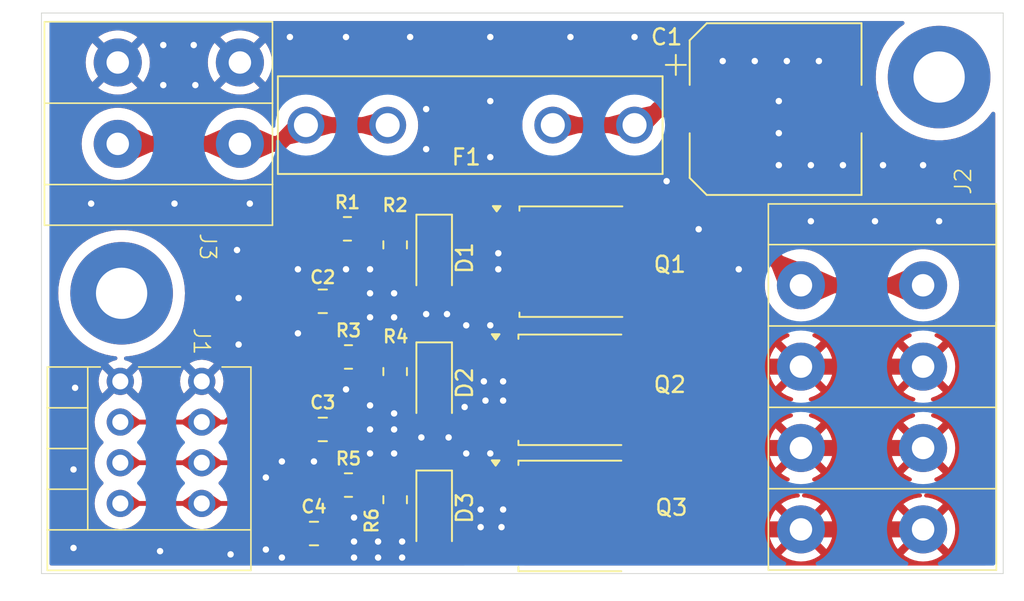
<source format=kicad_pcb>
(kicad_pcb (version 20240108) (generator "pcbnew") (generator_version "8.0")
  (layers (0 "F.Cu" signal) (31 "B.Cu" signal) (34 "B.Paste" user) (35 "F.Paste" user) (36 "B.SilkS" user "B.Silkscreen") (37 "F.SilkS" user "F.Silkscreen") (38 "B.Mask" user) (39 "F.Mask" user) (44 "Edge.Cuts" user))
  (net 0 "")
  (net 1 "GND")
  (net 2 "+24V")
  (net 3 "/Rin")
  (net 4 "/Gin")
  (net 5 "/Bin")
  (net 6 "Net-(D1-K)")
  (net 7 "Net-(D2-K)")
  (net 8 "Net-(D3-K)")
  (net 9 "/Gout")
  (net 10 "/Rout")
  (net 11 "/Bout")
  (net 12 "Net-(J3-Pin_1)")
  (footprint "Capacitor_SMD:C_0805_2012Metric" (layer "F.Cu") (at 97.55 106)
    (property "Reference" "C3" (at 0 -1.68 0) (layer "F.SilkS") (effects (font (size 0.8 0.8))))
    (property "Value" "0,1uF 100V 0805")
    (fp_line (start -0.261252 -0.735) (end 0.261252 -0.735) (stroke (width 0.12)) (layer "F.SilkS"))
    (fp_line (start -0.261252 0.735) (end 0.261252 0.735) (stroke (width 0.12)) (layer "F.SilkS"))
    (pad "1" smd roundrect (at -0.95 0) (size 1 1.45) (layers "F.Cu" "F.Paste" "F.Mask") (net 4 "/Gin"))
    (pad "2" smd roundrect (at 0.95 0) (size 1 1.45) (layers "F.Cu" "F.Paste" "F.Mask") (net 1 "GND"))
  )
  (footprint "Capacitor_SMD:C_0805_2012Metric" (layer "F.Cu") (at 97.55 98)
    (property "Reference" "C2" (at 0 -1.5 360) (layer "F.SilkS") (effects (font (size 0.8 0.8))))
    (property "Value" "0,1uF 100V 0805")
    (fp_line (start -0.261252 -0.735) (end 0.261252 -0.735) (stroke (width 0.12)) (layer "F.SilkS"))
    (fp_line (start -0.261252 0.735) (end 0.261252 0.735) (stroke (width 0.12)) (layer "F.SilkS"))
    (pad "1" smd roundrect (at -0.95 0) (size 1 1.45) (layers "F.Cu" "F.Paste" "F.Mask") (net 3 "/Rin"))
    (pad "2" smd roundrect (at 0.95 0) (size 1 1.45) (layers "F.Cu" "F.Paste" "F.Mask") (net 1 "GND"))
  )
  (footprint "Package_TO_SOT_SMD:TO-252-2" (layer "F.Cu") (at 113.065 111.4)
    (property "Reference" "Q3" (at 6.235 -0.525 360) (layer "F.SilkS"))
    (property "Value" "50N06")
    (fp_line (start -3.31 -3.45) (end -3.31 -3.18) (stroke (width 0.12)) (layer "F.SilkS"))
    (fp_line (start -3.31 3.45) (end -3.31 3.18) (stroke (width 0.12)) (layer "F.SilkS"))
    (fp_line (start 3.11 -3.45) (end -3.31 -3.45) (stroke (width 0.12)) (layer "F.SilkS"))
    (fp_line (start 3.11 3.45) (end -3.31 3.45) (stroke (width 0.12)) (layer "F.SilkS"))
    (fp_poly (pts (xy -4.73 -3.14) (xy -4.97 -3.47) (xy -4.49 -3.47) (xy -4.73 -3.14)) (stroke (width 0.12)) (fill solid) (layer "F.SilkS"))
    (pad "1" smd roundrect (at -5.04 -2.28) (size 2.2 1.2) (layers "F.Cu" "F.Paste" "F.Mask") (roundrect_rratio 0.208333) (net 8 "Net-(D3-K)"))
    (pad "2" smd roundrect (at -0.415 -1.525) (size 3.05 2.75) (layers "F.Cu" "F.Paste") (roundrect_rratio 0.090909) (net 11 "/Bout"))
    (pad "2" smd roundrect (at -0.415 1.525) (size 3.05 2.75) (layers "F.Cu" "F.Paste") (roundrect_rratio 0.090909) (net 11 "/Bout"))
    (pad "2" smd roundrect (at 1.26 0) (size 6.4 5.8) (layers "F.Cu" "F.Mask") (roundrect_rratio 0.043103) (net 11 "/Bout"))
    (pad "2" smd roundrect (at 2.935 -1.525) (size 3.05 2.75) (layers "F.Cu" "F.Paste") (roundrect_rratio 0.090909) (net 11 "/Bout"))
    (pad "2" smd roundrect (at 2.935 1.525) (size 3.05 2.75) (layers "F.Cu" "F.Paste") (roundrect_rratio 0.090909) (net 11 "/Bout"))
    (pad "3" smd roundrect (at -5.04 2.28) (size 2.2 1.2) (layers "F.Cu" "F.Paste" "F.Mask") (roundrect_rratio 0.208333) (net 1 "GND"))
  )
  (footprint "Resistor_SMD:R_0805_2012Metric" (layer "F.Cu") (at 99.0875 93.475)
    (property "Reference" "R1" (at 0 -1.65 0) (layer "F.SilkS") (effects (font (size 0.8 0.8))))
    (property "Value" "203")
    (fp_line (start -0.227064 -0.735) (end 0.227064 -0.735) (stroke (width 0.12)) (layer "F.SilkS"))
    (fp_line (start -0.227064 0.735) (end 0.227064 0.735) (stroke (width 0.12)) (layer "F.SilkS"))
    (pad "1" smd roundrect (at -0.9125 0) (size 1.025 1.4) (layers "F.Cu" "F.Paste" "F.Mask") (roundrect_rratio 0.243902) (net 3 "/Rin"))
    (pad "2" smd roundrect (at 0.9125 0) (size 1.025 1.4) (layers "F.Cu" "F.Paste" "F.Mask") (roundrect_rratio 0.243902) (net 6 "Net-(D1-K)"))
  )
  (footprint "MountingHole:MountingHole_3.2mm_M3_Pad" (layer "F.Cu") (at 136 84)
    (property "Reference" "H2" (hide yes))
    (property "Value" "MountingHole")
    (pad "1" thru_hole circle (at 0 0) (size 6.4 6.4) (drill 3.2) (layers "*.Cu" "*.Mask"))
  )
  (footprint "Diode_SMD:D_MiniMELF" (layer "F.Cu") (at 104.5 103.225 -90)
    (property "Reference" "D2" (at -0.125 -1.9 90) (layer "F.SilkS"))
    (property "Value" "BZV55B10")
    (fp_line (start -2.66 1.11) (end 1.75 1.11) (stroke (width 0.12)) (layer "F.SilkS"))
    (fp_line (start -2.66 -1.11) (end -2.66 1.11) (stroke (width 0.12)) (layer "F.SilkS"))
    (fp_line (start 1.75 -1.11) (end -2.66 -1.11) (stroke (width 0.12)) (layer "F.SilkS"))
    (pad "1" smd roundrect (at -1.75 0 270) (size 1.3 1.7) (layers "F.Cu" "F.Paste" "F.Mask") (roundrect_rratio 0.1923076923) (net 7 "Net-(D2-K)"))
    (pad "2" smd roundrect (at 1.75 0 270) (size 1.3 1.7) (layers "F.Cu" "F.Paste" "F.Mask") (roundrect_rratio 0.1923076923) (net 1 "GND"))
  )
  (footprint "Package_TO_SOT_SMD:TO-252-2" (layer "F.Cu") (at 113.065 103.525)
    (property "Reference" "Q2" (at 6.135 -0.325 360) (layer "F.SilkS"))
    (property "Value" "50N06")
    (fp_line (start -3.31 -3.45) (end -3.31 -3.18) (stroke (width 0.12)) (layer "F.SilkS"))
    (fp_line (start -3.31 3.45) (end -3.31 3.18) (stroke (width 0.12)) (layer "F.SilkS"))
    (fp_line (start 3.11 -3.45) (end -3.31 -3.45) (stroke (width 0.12)) (layer "F.SilkS"))
    (fp_line (start 3.11 3.45) (end -3.31 3.45) (stroke (width 0.12)) (layer "F.SilkS"))
    (fp_poly (pts (xy -4.73 -3.14) (xy -4.97 -3.47) (xy -4.49 -3.47) (xy -4.73 -3.14)) (stroke (width 0.12)) (fill solid) (layer "F.SilkS"))
    (pad "1" smd roundrect (at -5.04 -2.28) (size 2.2 1.2) (layers "F.Cu" "F.Paste" "F.Mask") (roundrect_rratio 0.208333) (net 7 "Net-(D2-K)"))
    (pad "2" smd roundrect (at -0.415 -1.525) (size 3.05 2.75) (layers "F.Cu" "F.Paste") (roundrect_rratio 0.090909) (net 9 "/Gout"))
    (pad "2" smd roundrect (at -0.415 1.525) (size 3.05 2.75) (layers "F.Cu" "F.Paste") (roundrect_rratio 0.090909) (net 9 "/Gout"))
    (pad "2" smd roundrect (at 1.26 0) (size 6.4 5.8) (layers "F.Cu" "F.Mask") (roundrect_rratio 0.043103) (net 9 "/Gout"))
    (pad "2" smd roundrect (at 2.935 -1.525) (size 3.05 2.75) (layers "F.Cu" "F.Paste") (roundrect_rratio 0.090909) (net 9 "/Gout"))
    (pad "2" smd roundrect (at 2.935 1.525) (size 3.05 2.75) (layers "F.Cu" "F.Paste") (roundrect_rratio 0.090909) (net 9 "/Gout"))
    (pad "3" smd roundrect (at -5.04 2.28) (size 2.2 1.2) (layers "F.Cu" "F.Paste" "F.Mask") (roundrect_rratio 0.208333) (net 1 "GND"))
  )
  (footprint "Connector:DG142R-5.08-04P-14" (layer "F.Cu") (at 135 97 -90)
    (property "Reference" "J2" (at -6.5 -2.5 90) (layer "F.SilkS") (effects (font (thickness 0.1))))
    (property "Value" "DG142R-5.08-04P-14")
    (fp_line (start -5.08 9.652) (end -2.54 9.652) (stroke (width 0.1)) (layer "F.SilkS"))
    (fp_line (start -2.54 9.652) (end -2.54 -4.572) (stroke (width 0.1)) (layer "F.SilkS"))
    (fp_line (start 2.54 9.652) (end -2.54 9.652) (stroke (width 0.1)) (layer "F.SilkS"))
    (fp_line (start 7.62 9.652) (end 2.54 9.652) (stroke (width 0.1)) (layer "F.SilkS"))
    (fp_line (start 12.7 9.652) (end 7.62 9.652) (stroke (width 0.1)) (layer "F.SilkS"))
    (fp_line (start 17.78 9.652) (end 12.7 9.652) (stroke (width 0.1)) (layer "F.SilkS"))
    (fp_line (start -5.08 -4.572) (end -5.08 9.652) (stroke (width 0.1)) (layer "F.SilkS"))
    (fp_line (start -2.54 -4.572) (end -5.08 -4.572) (stroke (width 0.1)) (layer "F.SilkS"))
    (fp_line (start 2.54 -4.572) (end 2.54 9.652) (stroke (width 0.1)) (layer "F.SilkS"))
    (fp_line (start 2.54 -4.572) (end 7.62 -4.572) (stroke (width 0.1)) (layer "F.SilkS"))
    (fp_line (start 7.62 -4.572) (end 7.62 9.652) (stroke (width 0.1)) (layer "F.SilkS"))
    (fp_line (start 7.62 -4.572) (end 12.7 -4.572) (stroke (width 0.1)) (layer "F.SilkS"))
    (fp_line (start 12.7 -4.572) (end 12.7 9.652) (stroke (width 0.1)) (layer "F.SilkS"))
    (fp_line (start 12.7 -4.572) (end 17.78 -4.572) (stroke (width 0.1)) (layer "F.SilkS"))
    (fp_line (start 17.78 -4.572) (end 17.78 9.652) (stroke (width 0.1)) (layer "F.SilkS"))
    (fp_rect (start -2.54 -4.572) (end 2.54 -4.572) (stroke (width 0.1)) (fill none) (layer "F.SilkS"))
    (pad "1" thru_hole circle (at 0 0 270) (size 3 3) (drill 1.4) (layers "*.Cu" "*.Mask") (net 2 "+24V"))
    (pad "1" thru_hole circle (at 0 7.62 270) (size 3 3) (drill 1.4) (layers "*.Cu" "*.Mask") (net 2 "+24V"))
    (pad "2" thru_hole circle (at 5.08 0 270) (size 3 3) (drill 1.4) (layers "*.Cu" "*.Mask") (net 10 "/Rout"))
    (pad "2" thru_hole circle (at 5.08 7.62 270) (size 3 3) (drill 1.4) (layers "*.Cu" "*.Mask") (net 10 "/Rout"))
    (pad "3" thru_hole circle (at 10.16 0 270) (size 3 3) (drill 1.4) (layers "*.Cu" "*.Mask") (net 9 "/Gout"))
    (pad "3" thru_hole circle (at 10.16 7.62 270) (size 3 3) (drill 1.4) (layers "*.Cu" "*.Mask") (net 9 "/Gout"))
    (pad "4" thru_hole circle (at 15.24 0 270) (size 3 3) (drill 1.4) (layers "*.Cu" "*.Mask") (net 11 "/Bout"))
    (pad "4" thru_hole circle (at 15.24 7.62 270) (size 3 3) (drill 1.4) (layers "*.Cu" "*.Mask") (net 11 "/Bout"))
  )
  (footprint "Capacitor_SMD:C_0805_2012Metric" (layer "F.Cu") (at 97 112.5)
    (property "Reference" "C4" (at 0 -1.68 0) (layer "F.SilkS") (effects (font (size 0.8 0.8))))
    (property "Value" "0,1uF 100V 0805")
    (fp_line (start -0.261252 -0.735) (end 0.261252 -0.735) (stroke (width 0.12)) (layer "F.SilkS"))
    (fp_line (start -0.261252 0.735) (end 0.261252 0.735) (stroke (width 0.12)) (layer "F.SilkS"))
    (pad "1" smd roundrect (at -0.95 0) (size 1 1.45) (layers "F.Cu" "F.Paste" "F.Mask") (net 5 "/Bin"))
    (pad "2" smd roundrect (at 0.95 0) (size 1 1.45) (layers "F.Cu" "F.Paste" "F.Mask") (net 1 "GND"))
  )
  (footprint "Package_TO_SOT_SMD:TO-252-2" (layer "F.Cu") (at 113.13 95.525)
    (property "Reference" "Q1" (at 6.07 0.175 360) (layer "F.SilkS"))
    (property "Value" "50N06")
    (fp_line (start -3.31 -3.45) (end -3.31 -3.18) (stroke (width 0.12)) (layer "F.SilkS"))
    (fp_line (start -3.31 3.45) (end -3.31 3.18) (stroke (width 0.12)) (layer "F.SilkS"))
    (fp_line (start 3.11 -3.45) (end -3.31 -3.45) (stroke (width 0.12)) (layer "F.SilkS"))
    (fp_line (start 3.11 3.45) (end -3.31 3.45) (stroke (width 0.12)) (layer "F.SilkS"))
    (fp_poly (pts (xy -4.73 -3.14) (xy -4.97 -3.47) (xy -4.49 -3.47) (xy -4.73 -3.14)) (stroke (width 0.12)) (fill solid) (layer "F.SilkS"))
    (pad "1" smd roundrect (at -5.04 -2.28) (size 2.2 1.2) (layers "F.Cu" "F.Paste" "F.Mask") (roundrect_rratio 0.208333) (net 6 "Net-(D1-K)"))
    (pad "2" smd roundrect (at -0.415 -1.525) (size 3.05 2.75) (layers "F.Cu" "F.Paste") (roundrect_rratio 0.090909) (net 10 "/Rout"))
    (pad "2" smd roundrect (at -0.415 1.525) (size 3.05 2.75) (layers "F.Cu" "F.Paste") (roundrect_rratio 0.090909) (net 10 "/Rout"))
    (pad "2" smd roundrect (at 1.26 0) (size 6.4 5.8) (layers "F.Cu" "F.Mask") (roundrect_rratio 0.043103) (net 10 "/Rout"))
    (pad "2" smd roundrect (at 2.935 -1.525) (size 3.05 2.75) (layers "F.Cu" "F.Paste") (roundrect_rratio 0.090909) (net 10 "/Rout"))
    (pad "2" smd roundrect (at 2.935 1.525) (size 3.05 2.75) (layers "F.Cu" "F.Paste") (roundrect_rratio 0.090909) (net 10 "/Rout"))
    (pad "3" smd roundrect (at -5.04 2.28) (size 2.2 1.2) (layers "F.Cu" "F.Paste" "F.Mask") (roundrect_rratio 0.208333) (net 1 "GND"))
  )
  (footprint "Resistor_SMD:R_0805_2012Metric" (layer "F.Cu") (at 102.065 110.3875 90)
    (property "Reference" "R6" (at -1.3125 -1.465 90) (layer "F.SilkS") (effects (font (size 0.8 0.8))))
    (property "Value" "752")
    (fp_line (start -0.227064 -0.735) (end 0.227064 -0.735) (stroke (width 0.12)) (layer "F.SilkS"))
    (fp_line (start -0.227064 0.735) (end 0.227064 0.735) (stroke (width 0.12)) (layer "F.SilkS"))
    (pad "1" smd roundrect (at -0.9125 0 90) (size 1.025 1.4) (layers "F.Cu" "F.Paste" "F.Mask") (roundrect_rratio 0.243902) (net 1 "GND"))
    (pad "2" smd roundrect (at 0.9125 0 90) (size 1.025 1.4) (layers "F.Cu" "F.Paste" "F.Mask") (roundrect_rratio 0.243902) (net 8 "Net-(D3-K)"))
  )
  (footprint "Connector:DG141R-04" (layer "F.Cu") (at 87.968 98.301)
    (property "Reference" "J1" (at 2.032 2.199 -90) (layer "F.SilkS") (effects (font (thickness 0.1))))
    (property "Value" "DG141R-2.54-02P-14-00")
    (fp_line (start -7.62 6.35) (end -5.08 6.35) (stroke (width 0.1)) (layer "F.SilkS"))
    (fp_line (start -7.62 8.89) (end -5.08 8.89) (stroke (width 0.1)) (layer "F.SilkS"))
    (fp_line (start -7.62 11.43) (end -5.08 11.43) (stroke (width 0.1)) (layer "F.SilkS"))
    (fp_line (start -7.6 3.8) (end -7.6 16.5) (stroke (width 0.1)) (layer "F.SilkS"))
    (fp_line (start -7.6 3.8) (end -4.3 3.8) (stroke (width 0.1)) (layer "F.SilkS"))
    (fp_line (start -5.08 13.97) (end -5.08 3.81) (stroke (width 0.1)) (layer "F.SilkS"))
    (fp_line (start -1.9 3.8) (end 0.7 3.8) (stroke (width 0.1)) (layer "F.SilkS"))
    (fp_line (start 3.3 3.8) (end 5.1 3.8) (stroke (width 0.1)) (layer "F.SilkS"))
    (fp_line (start 5.08 13.97) (end -7.62 13.97) (stroke (width 0.1)) (layer "F.SilkS"))
    (fp_line (start 5.1 3.8) (end 5.1 16.5) (stroke (width 0.1)) (layer "F.SilkS"))
    (fp_line (start 5.1 16.5) (end -7.6 16.5) (stroke (width 0.1)) (layer "F.SilkS"))
    (pad "1" thru_hole circle (at -3.048 4.699) (size 1.7 1.7) (drill 1) (layers "*.Cu" "*.Mask") (net 1 "GND"))
    (pad "1" thru_hole circle (at 2.032 4.699) (size 1.7 1.7) (drill 1) (layers "*.Cu" "*.Mask") (net 1 "GND"))
    (pad "2" thru_hole circle (at -3.048 7.239) (size 1.7 1.7) (drill 1) (layers "*.Cu" "*.Mask") (net 3 "/Rin"))
    (pad "2" thru_hole circle (at 2.032 7.239) (size 1.7 1.7) (drill 1) (layers "*.Cu" "*.Mask") (net 3 "/Rin"))
    (pad "3" thru_hole circle (at -3.048 9.779) (size 1.7 1.7) (drill 1) (layers "*.Cu" "*.Mask") (net 4 "/Gin"))
    (pad "3" thru_hole circle (at 2.032 9.779) (size 1.7 1.7) (drill 1) (layers "*.Cu" "*.Mask") (net 4 "/Gin"))
    (pad "4" thru_hole circle (at -3.048 12.319) (size 1.7 1.7) (drill 1) (layers "*.Cu" "*.Mask") (net 5 "/Bin"))
    (pad "4" thru_hole circle (at 2.032 12.319) (size 1.7 1.7) (drill 1) (layers "*.Cu" "*.Mask") (net 5 "/Bin"))
  )
  (footprint "Diode_SMD:D_MiniMELF" (layer "F.Cu") (at 104.5 95.25 -90)
    (property "Reference" "D1" (at 0.05 -1.9 90) (layer "F.SilkS"))
    (property "Value" "BZV55B10")
    (fp_line (start -2.66 1.11) (end 1.75 1.11) (stroke (width 0.12)) (layer "F.SilkS"))
    (fp_line (start -2.66 -1.11) (end -2.66 1.11) (stroke (width 0.12)) (layer "F.SilkS"))
    (fp_line (start 1.75 -1.11) (end -2.66 -1.11) (stroke (width 0.12)) (layer "F.SilkS"))
    (pad "1" smd roundrect (at -1.75 0 270) (size 1.3 1.7) (layers "F.Cu" "F.Paste" "F.Mask") (roundrect_rratio 0.1923076923) (net 6 "Net-(D1-K)"))
    (pad "2" smd roundrect (at 1.75 0 270) (size 1.3 1.7) (layers "F.Cu" "F.Paste" "F.Mask") (roundrect_rratio 0.1923076923) (net 1 "GND"))
  )
  (footprint "MountingHole:MountingHole_3.2mm_M3_Pad" (layer "F.Cu") (at 85 97.5)
    (property "Reference" "H1" (hide yes))
    (property "Value" "MountingHole" (hide yes))
    (pad "1" thru_hole circle (at 0 0) (size 6.4 6.4) (drill 3.2) (layers "*.Cu" "*.Mask"))
  )
  (footprint "Resistor_SMD:R_0805_2012Metric" (layer "F.Cu") (at 102.065 94.475 90)
    (property "Reference" "R2" (at 2.475 0 180) (layer "F.SilkS") (effects (font (size 0.8 0.8))))
    (property "Value" "752")
    (fp_line (start -0.227064 -0.735) (end 0.227064 -0.735) (stroke (width 0.12)) (layer "F.SilkS"))
    (fp_line (start -0.227064 0.735) (end 0.227064 0.735) (stroke (width 0.12)) (layer "F.SilkS"))
    (pad "1" smd roundrect (at -0.9125 0 90) (size 1.025 1.4) (layers "F.Cu" "F.Paste" "F.Mask") (roundrect_rratio 0.243902) (net 1 "GND"))
    (pad "2" smd roundrect (at 0.9125 0 90) (size 1.025 1.4) (layers "F.Cu" "F.Paste" "F.Mask") (roundrect_rratio 0.243902) (net 6 "Net-(D1-K)"))
  )
  (footprint "Fuse:Fuseholder_100_series_5x20mm_D1,5" (layer "F.Cu") (at 117 87 180)
    (property "Reference" "F1" (at 10.5 -2 0) (layer "F.SilkS"))
    (property "Value" "Fuse 5A ZH266 (2 клипсы)")
    (fp_line (start 22.25 3.05) (end -1.75 3.05) (stroke (width 0.12)) (layer "F.SilkS"))
    (fp_line (start 22.25 -3.05) (end 22.25 3.05) (stroke (width 0.12)) (layer "F.SilkS"))
    (fp_line (start -1.75 3.05) (end -1.75 -3.05) (stroke (width 0.12)) (layer "F.SilkS"))
    (fp_line (start -1.75 -3.05) (end 22.25 -3.05) (stroke (width 0.12)) (layer "F.SilkS"))
    (pad "1" thru_hole circle (at 0 0 180) (size 2.3 2.3) (drill 1.5) (layers "*.Cu" "*.Mask") (net 2 "+24V"))
    (pad "1" thru_hole circle (at 5.1 0 180) (size 2.3 2.3) (drill 1.5) (layers "*.Cu" "*.Mask") (net 2 "+24V"))
    (pad "2" thru_hole circle (at 15.4 0 180) (size 2.3 2.3) (drill 1.5) (layers "*.Cu" "*.Mask") (net 12 "Net-(J3-Pin_1)"))
    (pad "2" thru_hole circle (at 20.5 0 180) (size 2.3 2.3) (drill 1.5) (layers "*.Cu" "*.Mask") (net 12 "Net-(J3-Pin_1)"))
  )
  (footprint "Diode_SMD:D_MiniMELF" (layer "F.Cu") (at 104.5 111.225 -90)
    (property "Reference" "D3" (at -0.325 -1.9 -90) (layer "F.SilkS"))
    (property "Value" "BZV55B10")
    (fp_line (start -2.66 1.11) (end 1.75 1.11) (stroke (width 0.12)) (layer "F.SilkS"))
    (fp_line (start -2.66 -1.11) (end -2.66 1.11) (stroke (width 0.12)) (layer "F.SilkS"))
    (fp_line (start 1.75 -1.11) (end -2.66 -1.11) (stroke (width 0.12)) (layer "F.SilkS"))
    (pad "1" smd roundrect (at -1.75 0 270) (size 1.3 1.7) (layers "F.Cu" "F.Paste" "F.Mask") (roundrect_rratio 0.1923076923) (net 8 "Net-(D3-K)"))
    (pad "2" smd roundrect (at 1.75 0 270) (size 1.3 1.7) (layers "F.Cu" "F.Paste" "F.Mask") (roundrect_rratio 0.1923076923) (net 1 "GND"))
  )
  (footprint "Resistor_SMD:R_0805_2012Metric" (layer "F.Cu") (at 99.1525 109.475)
    (property "Reference" "R5" (at 0 -1.65 0) (layer "F.SilkS") (effects (font (size 0.8 0.8))))
    (property "Value" "203")
    (fp_line (start -0.227064 -0.735) (end 0.227064 -0.735) (stroke (width 0.12)) (layer "F.SilkS"))
    (fp_line (start -0.227064 0.735) (end 0.227064 0.735) (stroke (width 0.12)) (layer "F.SilkS"))
    (pad "1" smd roundrect (at -0.9125 0) (size 1.025 1.4) (layers "F.Cu" "F.Paste" "F.Mask") (roundrect_rratio 0.243902) (net 5 "/Bin"))
    (pad "2" smd roundrect (at 0.9125 0) (size 1.025 1.4) (layers "F.Cu" "F.Paste" "F.Mask") (roundrect_rratio 0.243902) (net 8 "Net-(D3-K)"))
  )
  (footprint "Capacitor_SMD:CP_Elec_10x10.5" (layer "F.Cu") (at 125.8 86)
    (property "Reference" "C1" (at -6.8 -4.5 0) (layer "F.SilkS"))
    (property "Value" "100uF 50V 10x10,5(JCK1H101M100105)")
    (fp_line (start -6.85 -2.76) (end -5.6 -2.76) (stroke (width 0.12)) (layer "F.SilkS"))
    (fp_line (start -6.225 -3.385) (end -6.225 -2.135) (stroke (width 0.12)) (layer "F.SilkS"))
    (fp_line (start -5.36 -4.295563) (end -5.36 -1.51) (stroke (width 0.12)) (layer "F.SilkS"))
    (fp_line (start -5.36 -4.295563) (end -4.295563 -5.36) (stroke (width 0.12)) (layer "F.SilkS"))
    (fp_line (start -5.36 4.295563) (end -5.36 1.51) (stroke (width 0.12)) (layer "F.SilkS"))
    (fp_line (start -5.36 4.295563) (end -4.295563 5.36) (stroke (width 0.12)) (layer "F.SilkS"))
    (fp_line (start -4.295563 -5.36) (end 5.36 -5.36) (stroke (width 0.12)) (layer "F.SilkS"))
    (fp_line (start -4.295563 5.36) (end 5.36 5.36) (stroke (width 0.12)) (layer "F.SilkS"))
    (fp_line (start 5.36 -5.36) (end 5.36 -1.51) (stroke (width 0.12)) (layer "F.SilkS"))
    (fp_line (start 5.36 5.36) (end 5.36 1.51) (stroke (width 0.12)) (layer "F.SilkS"))
    (pad "1" smd roundrect (at -4.2 0) (size 4.4 2.5) (layers "F.Cu" "F.Paste" "F.Mask") (roundrect_rratio 0.1) (net 2 "+24V"))
    (pad "2" smd roundrect (at 4.2 0) (size 4.4 2.5) (layers "F.Cu" "F.Paste" "F.Mask") (roundrect_rratio 0.1) (net 1 "GND"))
  )
  (footprint "Resistor_SMD:R_0805_2012Metric" (layer "F.Cu") (at 99.1525 101.475)
    (property "Reference" "R3" (at 0 -1.65 0) (layer "F.SilkS") (effects (font (size 0.8 0.8))))
    (property "Value" "203")
    (fp_line (start -0.227064 -0.735) (end 0.227064 -0.735) (stroke (width 0.12)) (layer "F.SilkS"))
    (fp_line (start -0.227064 0.735) (end 0.227064 0.735) (stroke (width 0.12)) (layer "F.SilkS"))
    (pad "1" smd roundrect (at -0.9125 0) (size 1.025 1.4) (layers "F.Cu" "F.Paste" "F.Mask") (roundrect_rratio 0.243902) (net 4 "/Gin"))
    (pad "2" smd roundrect (at 0.9125 0) (size 1.025 1.4) (layers "F.Cu" "F.Paste" "F.Mask") (roundrect_rratio 0.243902) (net 7 "Net-(D2-K)"))
  )
  (footprint "Resistor_SMD:R_0805_2012Metric" (layer "F.Cu") (at 102.065 102.3875 90)
    (property "Reference" "R4" (at 2.1875 0.035 180) (layer "F.SilkS") (effects (font (size 0.8 0.8))))
    (property "Value" "752")
    (fp_line (start -0.227064 -0.735) (end 0.227064 -0.735) (stroke (width 0.12)) (layer "F.SilkS"))
    (fp_line (start -0.227064 0.735) (end 0.227064 0.735) (stroke (width 0.12)) (layer "F.SilkS"))
    (pad "1" smd roundrect (at -0.9125 0 90) (size 1.025 1.4) (layers "F.Cu" "F.Paste" "F.Mask") (roundrect_rratio 0.243902) (net 1 "GND"))
    (pad "2" smd roundrect (at 0.9125 0 90) (size 1.025 1.4) (layers "F.Cu" "F.Paste" "F.Mask") (roundrect_rratio 0.243902) (net 7 "Net-(D2-K)"))
  )
  (footprint "Connector:DG142R-5.08-02P-14" (layer "F.Cu") (at 84.76 88.17 90)
    (property "Reference" "J3" (at -6.42 5.62 -90) (layer "F.SilkS") (effects (font (thickness 0.1))))
    (property "Value" "DG142R-5.08-02P-14")
    (fp_line (start 7.62 -4.572) (end 7.62 9.652) (stroke (width 0.1)) (layer "F.SilkS"))
    (fp_line (start 2.54 -4.572) (end 7.62 -4.572) (stroke (width 0.1)) (layer "F.SilkS"))
    (fp_line (start 2.54 -4.572) (end 2.54 9.652) (stroke (width 0.1)) (layer "F.SilkS"))
    (fp_line (start -2.54 -4.572) (end -5.08 -4.572) (stroke (width 0.1)) (layer "F.SilkS"))
    (fp_line (start -5.08 -4.572) (end -5.08 9.652) (stroke (width 0.1)) (layer "F.SilkS"))
    (fp_line (start 7.62 9.652) (end 2.54 9.652) (stroke (width 0.1)) (layer "F.SilkS"))
    (fp_line (start 2.54 9.652) (end -2.54 9.652) (stroke (width 0.1)) (layer "F.SilkS"))
    (fp_line (start -2.54 9.652) (end -2.54 -4.572) (stroke (width 0.1)) (layer "F.SilkS"))
    (fp_line (start -5.08 9.652) (end -2.54 9.652) (stroke (width 0.1)) (layer "F.SilkS"))
    (fp_rect (start -2.54 -4.572) (end 2.54 -4.572) (stroke (width 0.1)) (fill none) (layer "F.SilkS"))
    (pad "1" thru_hole circle (at 0 0 90) (size 3 3) (drill 1.4) (layers "*.Cu" "*.Mask") (net 12 "Net-(J3-Pin_1)"))
    (pad "1" thru_hole circle (at 0 7.62 90) (size 3 3) (drill 1.4) (layers "*.Cu" "*.Mask") (net 12 "Net-(J3-Pin_1)"))
    (pad "2" thru_hole circle (at 5.08 0 90) (size 3 3) (drill 1.4) (layers "*.Cu" "*.Mask") (net 1 "GND"))
    (pad "2" thru_hole circle (at 5.08 7.62 90) (size 3 3) (drill 1.4) (layers "*.Cu" "*.Mask") (net 1 "GND"))
  )
  (gr_line (start 140 115) (end 80 115) (stroke (width 0.05)) (layer "Edge.Cuts"))
  (gr_line (start 140 80) (end 140 115) (stroke (width 0.05)) (layer "Edge.Cuts"))
  (gr_line (start 80 115) (end 80 80) (stroke (width 0.05)) (layer "Edge.Cuts"))
  (gr_line (start 80 80) (end 140 80) (stroke (width 0.05)) (layer "Edge.Cuts"))
  (via (at 136 93) (size 0.9) (drill 0.4) (layers "F.Cu" "B.Cu") (net 1))
  (via (at 104 86) (size 0.9) (drill 0.4) (layers "F.Cu" "B.Cu") (net 1))
  (via (at 104 88.5) (size 0.9) (drill 0.4) (layers "F.Cu" "B.Cu") (net 1))
  (via (at 95.5 81.5) (size 0.9) (drill 0.4) (layers "F.Cu" "B.Cu") (net 1))
  (via (at 135 89.5) (size 0.9) (drill 0.4) (layers "F.Cu" "B.Cu") (net 1))
  (via (at 128 89.5) (size 0.9) (drill 0.4) (layers "F.Cu" "B.Cu") (net 1))
  (via (at 95 108) (size 0.9) (drill 0.4) (layers "F.Cu" "B.Cu") (net 1))
  (via (at 100.5 96) (size 0.9) (drill 0.4) (layers "F.Cu" "B.Cu") (net 1))
  (via (at 108 89) (size 0.9) (drill 0.4) (layers "F.Cu" "B.Cu") (net 1))
  (via (at 101 113) (size 0.9) (drill 0.4) (layers "F.Cu" "B.Cu") (net 1))
  (via (at 108 81.5) (size 0.9) (drill 0.4) (layers "F.Cu" "B.Cu") (net 1))
  (via (at 96 100) (size 0.9) (drill 0.4) (layers "F.Cu" "B.Cu") (net 1))
  (via (at 107.4 111) (size 0.9) (drill 0.4) (layers "F.Cu" "B.Cu") (net 1))
  (via (at 108.5 96) (size 0.9) (drill 0.4) (layers "F.Cu" "B.Cu") (net 1))
  (via (at 108.8 111) (size 0.9) (drill 0.4) (layers "F.Cu" "B.Cu") (net 1))
  (via (at 102 105) (size 0.9) (drill 0.4) (layers "F.Cu" "B.Cu") (net 1))
  (via (at 132 93) (size 0.9) (drill 0.4) (layers "F.Cu" "B.Cu") (net 1))
  (via (at 128.5 83) (size 0.9) (drill 0.4) (layers "F.Cu" "B.Cu") (net 1))
  (via (at 119 90.5) (size 0.9) (drill 0.4) (layers "F.Cu" "B.Cu") (net 1))
  (via (at 108.8 103) (size 0.9) (drill 0.4) (layers "F.Cu" "B.Cu") (net 1))
  (via (at 107.4 112.1) (size 0.9) (drill 0.4) (layers "F.Cu" "B.Cu") (net 1))
  (via (at 100.5 107.5) (size 0.9) (drill 0.4) (layers "F.Cu" "B.Cu") (net 1))
  (via (at 92.3 97.8) (size 0.9) (drill 0.4) (layers "F.Cu" "B.Cu") (net 1))
  (via (at 106.5 99.5) (size 0.9) (drill 0.4) (layers "F.Cu" "B.Cu") (net 1))
  (via (at 130 89.5) (size 0.9) (drill 0.4) (layers "F.Cu" "B.Cu") (net 1))
  (via (at 117 81.5) (size 0.9) (drill 0.4) (layers "F.Cu" "B.Cu") (net 1))
  (via (at 126 89.5) (size 0.9) (drill 0.4) (layers "F.Cu" "B.Cu") (net 1))
  (via (at 87.4 113.6) (size 0.9) (drill 0.4) (layers "F.Cu" "B.Cu") (net 1))
  (via (at 108 99.5) (size 0.9) (drill 0.4) (layers "F.Cu" "B.Cu") (net 1))
  (via (at 94 109) (size 0.9) (drill 0.4) (layers "F.Cu" "B.Cu") (net 1))
  (via (at 100.5 97.5) (size 0.9) (drill 0.4) (layers "F.Cu" "B.Cu") (net 1))
  (via (at 82 113.4) (size 0.9) (drill 0.4) (layers "F.Cu" "B.Cu") (net 1))
  (via (at 123.5 96) (size 0.9) (drill 0.4) (layers "F.Cu" "B.Cu") (net 1))
  (via (at 102 97.5) (size 0.9) (drill 0.4) (layers "F.Cu" "B.Cu") (net 1))
  (via (at 100.5 104.5) (size 0.9) (drill 0.4) (layers "F.Cu" "B.Cu") (net 1))
  (via (at 126 87.5) (size 0.9) (drill 0.4) (layers "F.Cu" "B.Cu") (net 1))
  (via (at 132.5 89.5) (size 0.9) (drill 0.4) (layers "F.Cu" "B.Cu") (net 1))
  (via (at 91.8 113.8) (size 0.9) (drill 0.4) (layers "F.Cu" "B.Cu") (net 1))
  (via (at 126.5 83) (size 0.9) (drill 0.4) (layers "F.Cu" "B.Cu") (net 1))
  (via (at 93 91.9) (size 0.9) (drill 0.4) (layers "F.Cu" "B.Cu") (net 1))
  (via (at 108.5 95) (size 0.9) (drill 0.4) (layers "F.Cu" "B.Cu") (net 1))
  (via (at 89.5 82) (size 0.9) (drill 0.4) (layers "F.Cu" "B.Cu") (net 1))
  (via (at 124.5 83) (size 0.9) (drill 0.4) (layers "F.Cu" "B.Cu") (net 1))
  (via (at 108.7 112.1) (size 0.9) (drill 0.4) (layers "F.Cu" "B.Cu") (net 1))
  (via (at 99.5 114) (size 0.9) (drill 0.4) (layers "F.Cu" "B.Cu") (net 1))
  (via (at 87.6 84.5) (size 0.9) (drill 0.4) (layers "F.Cu" "B.Cu") (net 1))
  (via (at 94 113.5) (size 0.9) (drill 0.4) (layers "F.Cu" "B.Cu") (net 1))
  (via (at 95 114) (size 0.9) (drill 0.4) (layers "F.Cu" "B.Cu") (net 1))
  (via (at 106.4 104.6) (size 0.9) (drill 0.4) (layers "F.Cu" "B.Cu") (net 1))
  (via (at 102 99) (size 0.9) (drill 0.4) (layers "F.Cu" "B.Cu") (net 1))
  (via (at 107.6 103) (size 0.9) (drill 0.4) (layers "F.Cu" "B.Cu") (net 1))
  (via (at 83.1 91.9) (size 0.9) (drill 0.4) (layers "F.Cu" "B.Cu") (net 1))
  (via (at 105.3 98.8) (size 0.9) (drill 0.4) (layers "F.Cu" "B.Cu") (net 1))
  (via (at 99.5 111.5) (size 0.9) (drill 0.4) (layers "F.Cu" "B.Cu") (net 1))
  (via (at 103.7 106.5) (size 0.9) (drill 0.4) (layers "F.Cu" "B.Cu") (net 1))
  (via (at 126 85.5) (size 0.9) (drill 0.4) (layers "F.Cu" "B.Cu") (net 1))
  (via (at 102.5 114) (size 0.9) (drill 0.4) (layers "F.Cu" "B.Cu") (net 1))
  (via (at 89.6 84.5) (size 0.9) (drill 0.4) (layers "F.Cu" "B.Cu") (net 1))
  (via (at 101 114) (size 0.9) (drill 0.4) (layers "F.Cu" "B.Cu") (net 1))
  (via (at 100.5 99) (size 0.9) (drill 0.4) (layers "F.Cu" "B.Cu") (net 1))
  (via (at 92.3 100.7) (size 0.9) (drill 0.4) (layers "F.Cu" "B.Cu") (net 1))
  (via (at 108 107.5) (size 0.9) (drill 0.4) (layers "F.Cu" "B.Cu") (net 1))
  (via (at 100.5 106) (size 0.9) (drill 0.4) (layers "F.Cu" "B.Cu") (net 1))
  (via (at 99 96) (size 0.9) (drill 0.4) (layers "F.Cu" "B.Cu") (net 1))
  (via (at 107.7 104.2) (size 0.9) (drill 0.4) (layers "F.Cu" "B.Cu") (net 1))
  (via (at 108 85.5) (size 0.9) (drill 0.4) (layers "F.Cu" "B.Cu") (net 1))
  (via (at 92.2 94.8) (size 0.9) (drill 0.4) (layers "F.Cu" "B.Cu") (net 1))
  (via (at 82 108.5) (size 0.9) (drill 0.4) (layers "F.Cu" "B.Cu") (net 1))
  (via (at 88.3 91.9) (size 0.9) (drill 0.4) (layers "F.Cu" "B.Cu") (net 1))
  (via (at 82.1 103.4) (size 0.9) (drill 0.4) (layers "F.Cu" "B.Cu") (net 1))
  (via (at 102 107.5) (size 0.9) (drill 0.4) (layers "F.Cu" "B.Cu") (net 1))
  (via (at 113 81.5) (size 0.9) (drill 0.4) (layers "F.Cu" "B.Cu") (net 1))
  (via (at 99 103.5) (size 0.9) (drill 0.4) (layers "F.Cu" "B.Cu") (net 1))
  (via (at 103 81.5) (size 0.9) (drill 0.4) (layers "F.Cu" "B.Cu") (net 1))
  (via (at 102.5 113) (size 0.9) (drill 0.4) (layers "F.Cu" "B.Cu") (net 1))
  (via (at 99.5 113) (size 0.9) (drill 0.4) (layers "F.Cu" "B.Cu") (net 1))
  (via (at 87.6 82) (size 0.9) (drill 0.4) (layers "F.Cu" "B.Cu") (net 1))
  (via (at 96 96) (size 0.9) (drill 0.4) (layers "F.Cu" "B.Cu") (net 1))
  (via (at 121 93.5) (size 0.9) (drill 0.4) (layers "F.Cu" "B.Cu") (net 1))
  (via (at 104 98.8) (size 0.9) (drill 0.4) (layers "F.Cu" "B.Cu") (net 1))
  (via (at 128 93) (size 0.9) (drill 0.4) (layers "F.Cu" "B.Cu") (net 1))
  (via (at 99 81.5) (size 0.9) (drill 0.4) (layers "F.Cu" "B.Cu") (net 1))
  (via (at 105.4 106.5) (size 0.9) (drill 0.4) (layers "F.Cu" "B.Cu") (net 1))
  (via (at 108.8 104.2) (size 0.9) (drill 0.4) (layers "F.Cu" "B.Cu") (net 1))
  (via (at 97 108) (size 0.9) (drill 0.4) (layers "F.Cu" "B.Cu") (net 1))
  (via (at 102 106) (size 0.9) (drill 0.4) (layers "F.Cu" "B.Cu") (net 1))
  (via (at 122.5 83) (size 0.9) (drill 0.4) (layers "F.Cu" "B.Cu") (net 1))
  (via (at 106.5 107.5) (size 0.9) (drill 0.4) (layers "F.Cu" "B.Cu") (net 1))
  (segment (start 111.9 87) (end 117 87) (width 1) (layer "F.Cu") (net 2))
  (segment (start 117.5 87) (end 118.5 86) (width 1) (layer "F.Cu") (net 2))
  (segment (start 135 97) (end 127.38 97) (width 1) (layer "F.Cu") (net 2))
  (segment (start 121.6 91.22) (end 121.6 86) (width 1) (layer "F.Cu") (net 2))
  (segment (start 118.5 86) (end 121.6 86) (width 1) (layer "F.Cu") (net 2))
  (segment (start 127.38 97) (end 121.6 91.22) (width 1) (layer "F.Cu") (net 2))
  (segment (start 117 87) (end 117.5 87) (width 1) (layer "F.Cu") (net 2))
  (segment (start 96.525 93.475) (end 98.175 93.475) (width 0.3) (layer "F.Cu") (net 3))
  (segment (start 94.5 98.5) (end 94.5 97.5) (width 0.3) (layer "F.Cu") (net 3))
  (segment (start 95 98) (end 94.5 97.5) (width 0.3) (layer "F.Cu") (net 3))
  (segment (start 94.5 95.5) (end 96.525 93.475) (width 0.3) (layer "F.Cu") (net 3))
  (segment (start 91.46 105.54) (end 94.5 102.5) (width 0.3) (layer "F.Cu") (net 3))
  (segment (start 94.5 97.5) (end 94.5 95.5) (width 0.3) (layer "F.Cu") (net 3))
  (segment (start 84.92 105.54) (end 90 105.54) (width 0.3) (layer "F.Cu") (net 3))
  (segment (start 94.5 102.5) (end 94.5 98.5) (width 0.3) (layer "F.Cu") (net 3))
  (segment (start 95 98) (end 94.5 98.5) (width 0.3) (layer "F.Cu") (net 3))
  (segment (start 90 105.54) (end 91.46 105.54) (width 0.3) (layer "F.Cu") (net 3))
  (segment (start 98.24 93.475) (end 98.175 93.475) (width 0.3) (layer "F.Cu") (net 3))
  (segment (start 96.6 98) (end 95 98) (width 0.3) (layer "F.Cu") (net 3))
  (segment (start 95 98) (end 94.5 98) (width 0.3) (layer "F.Cu") (net 3))
  (segment (start 90 108.08) (end 91.92 108.08) (width 0.3) (layer "F.Cu") (net 4))
  (segment (start 95.25 104.75) (end 96 104) (width 0.3) (layer "F.Cu") (net 4))
  (segment (start 96 102) (end 96 104) (width 0.3) (layer "F.Cu") (net 4))
  (segment (start 96.525 101.475) (end 96 102) (width 0.3) (layer "F.Cu") (net 4))
  (segment (start 96 104) (end 95.5 104.5) (width 0.3) (layer "F.Cu") (net 4))
  (segment (start 98.24 101.475) (end 96.525 101.475) (width 0.3) (layer "F.Cu") (net 4))
  (segment (start 91.92 108.08) (end 95 105) (width 0.3) (layer "F.Cu") (net 4))
  (segment (start 95.5 104.9) (end 95.55 104.95) (width 0.3) (layer "F.Cu") (net 4))
  (segment (start 95.5 104.5) (end 95.5 104.9) (width 0.3) (layer "F.Cu") (net 4))
  (segment (start 95.35 104.75) (end 95.25 104.75) (width 0.3) (layer "F.Cu") (net 4))
  (segment (start 95.5 104.9) (end 95.35 104.75) (width 0.3) (layer "F.Cu") (net 4))
  (segment (start 95 105) (end 95.25 104.75) (width 0.3) (layer "F.Cu") (net 4))
  (segment (start 95 105) (end 95.5 105) (width 0.3) (layer "F.Cu") (net 4))
  (segment (start 95.55 104.95) (end 96.6 106) (width 0.3) (layer "F.Cu") (net 4))
  (segment (start 84.92 108.08) (end 90 108.08) (width 0.3) (layer "F.Cu") (net 4))
  (segment (start 95.5 105) (end 95.55 104.95) (width 0.3) (layer "F.Cu") (net 4))
  (segment (start 96.05 112.5) (end 95 112.5) (width 0.3) (layer "F.Cu") (net 5))
  (segment (start 84.92 110.62) (end 90 110.62) (width 0.3) (layer "F.Cu") (net 5))
  (segment (start 94.62 110.62) (end 95.74 109.5) (width 0.3) (layer "F.Cu") (net 5))
  (segment (start 94.62 111) (end 94.62 110.62) (width 0.3) (layer "F.Cu") (net 5))
  (segment (start 94 110.62) (end 94.24 110.62) (width 0.3) (layer "F.Cu") (net 5))
  (segment (start 94.62 110.62) (end 94.38 110.62) (width 0.3) (layer "F.Cu") (net 5))
  (segment (start 94.24 110.62) (end 94.62 111) (width 0.3) (layer "F.Cu") (net 5))
  (segment (start 90 110.62) (end 94 110.62) (width 0.3) (layer "F.Cu") (net 5))
  (segment (start 95 112.5) (end 94.62 112.12) (width 0.3) (layer "F.Cu") (net 5))
  (segment (start 94.62 112.12) (end 94.62 111) (width 0.3) (layer "F.Cu") (net 5))
  (segment (start 94 110.62) (end 94.38 110.62) (width 0.3) (layer "F.Cu") (net 5))
  (segment (start 95.74 109.5) (end 98.215 109.5) (width 0.3) (layer "F.Cu") (net 5))
  (segment (start 98.215 109.5) (end 98.24 109.475) (width 0.3) (layer "F.Cu") (net 5))
  (segment (start 102.065 93.5625) (end 104.4375 93.5625) (width 0.3) (layer "F.Cu") (net 6))
  (segment (start 104.755 93.245) (end 108.09 93.245) (width 0.3) (layer "F.Cu") (net 6))
  (segment (start 104.4375 93.5625) (end 104.755 93.245) (width 0.3) (layer "F.Cu") (net 6))
  (segment (start 100 93.475) (end 101.9775 93.475) (width 0.3) (layer "F.Cu") (net 6))
  (segment (start 101.9775 93.475) (end 102.065 93.5625) (width 0.3) (layer "F.Cu") (net 6))
  (segment (start 104.5 101.475) (end 107.795 101.475) (width 0.3) (layer "F.Cu") (net 7))
  (segment (start 100.065 101.475) (end 102.065 101.475) (width 0.3) (layer "F.Cu") (net 7))
  (segment (start 107.795 101.475) (end 108.025 101.245) (width 0.3) (layer "F.Cu") (net 7))
  (segment (start 102.065 101.475) (end 104.5 101.475) (width 0.3) (layer "F.Cu") (net 7))
  (segment (start 105.975 109.475) (end 104.5 109.475) (width 0.3) (layer "F.Cu") (net 8))
  (segment (start 105.975 109.475) (end 106.205 109.245) (width 0.3) (layer "F.Cu") (net 8))
  (segment (start 100.065 109.475) (end 102.065 109.475) (width 0.3) (layer "F.Cu") (net 8))
  (segment (start 106.205 109.245) (end 108.025 109.245) (width 0.3) (layer "F.Cu") (net 8))
  (segment (start 102.065 109.475) (end 104.5 109.475) (width 0.3) (layer "F.Cu") (net 8))
  (segment (start 123.66 107.16) (end 127.38 107.16) (width 1) (layer "F.Cu") (net 9))
  (segment (start 116 105.05) (end 121.55 105.05) (width 1) (layer "F.Cu") (net 9))
  (segment (start 135 107.16) (end 127.38 107.16) (width 1) (layer "F.Cu") (net 9))
  (segment (start 121.55 105.05) (end 123.66 107.16) (width 1) (layer "F.Cu") (net 9))
  (segment (start 125.08 102.08) (end 127.38 102.08) (width 1) (layer "F.Cu") (net 10))
  (segment (start 116.065 97.05) (end 120.05 97.05) (width 1) (layer "F.Cu") (net 10))
  (segment (start 127.38 102.08) (end 135 102.08) (width 1) (layer "F.Cu") (net 10))
  (segment (start 120.05 97.05) (end 125.08 102.08) (width 1) (layer "F.Cu") (net 10))
  (segment (start 116 113.05) (end 116.81 112.24) (width 1) (layer "F.Cu") (net 11))
  (segment (start 116.81 112.24) (end 127.38 112.24) (width 1) (layer "F.Cu") (net 11))
  (segment (start 135 112.24) (end 127.38 112.24) (width 1) (layer "F.Cu") (net 11))
  (segment (start 96 87) (end 96.5 87) (width 1) (layer "F.Cu") (net 12))
  (segment (start 92.38 88.17) (end 94.83 88.17) (width 1) (layer "F.Cu") (net 12))
  (segment (start 94.83 88.17) (end 96 87) (width 1) (layer "F.Cu") (net 12))
  (segment (start 96.5 87) (end 101.6 87) (width 1) (layer "F.Cu") (net 12))
  (segment (start 92.38 88.17) (end 84.76 88.17) (width 1) (layer "F.Cu") (net 12))
  (zone (net 0) (net_name "") (layer "F.Cu") (connect_pads thru_hole_only (clearance 0)) (min_thickness 0.25)
    (keepout (tracks allowed) (vias allowed) (pads allowed) (copperpour not_allowed) (footprints allowed))
    (fill (thermal_gap 0.5) (thermal_bridge_width 0.5))
    (polygon (pts (xy 110 83) (xy 110 91) (xy 118.5 91) (xy 118.5 83)))
  )
  (zone (net 11) (net_name "/Bout") (layer "F.Cu") (priority 3) (connect_pads thru_hole_only (clearance 0.75)) (min_thickness 0.25) (fill yes (thermal_gap 0.5) (thermal_bridge_width 0.5))
    (polygon (pts (xy 110 107.5) (xy 110 114.5) (xy 139 114.5) (xy 139 110) (xy 125 110) (xy 118 107.5)))
  )
  (zone (net 0) (net_name "") (layer "F.Cu") (connect_pads thru_hole_only (clearance 0)) (min_thickness 0.25)
    (keepout (tracks allowed) (vias allowed) (pads allowed) (copperpour not_allowed) (footprints allowed))
    (fill (thermal_gap 0.5) (thermal_bridge_width 0.5))
    (polygon (pts (xy 103 83) (xy 103 91) (xy 94.5 91) (xy 94.5 83)))
  )
  (zone (net 10) (net_name "/Rout") (layer "F.Cu") (priority 1) (connect_pads thru_hole_only (clearance 0.75)) (min_thickness 0.25) (fill yes (thermal_gap 0.5) (thermal_bridge_width 0.5))
    (polygon (pts (xy 110 91.5) (xy 110 99) (xy 118.5 99) (xy 125 104.5) (xy 139 104.5) (xy 139 100) (xy 125.5 100) (xy 117 91.5)))
  )
  (zone (net 9) (net_name "/Gout") (layer "F.Cu") (priority 2) (connect_pads thru_hole_only (clearance 0.75)) (min_thickness 0.25) (fill yes (thermal_gap 0.5) (thermal_bridge_width 0.5))
    (polygon (pts (xy 110 99.5) (xy 110 107) (xy 118.5 107) (xy 125.5 109.5) (xy 139 109.5) (xy 139 105) (xy 125 105) (xy 118 99.5)))
  )
  (zone (net 1) (net_name "GND") (layers "F&B.Cu") (connect_pads (clearance 0.75)) (min_thickness 0.25) (fill yes (thermal_gap 0.5) (thermal_bridge_width 0.5))
    (polygon (pts (xy 80.5 80.5) (xy 80.5 114.5) (xy 139.5 114.5) (xy 139.5 80.5)))
  )
)
</source>
